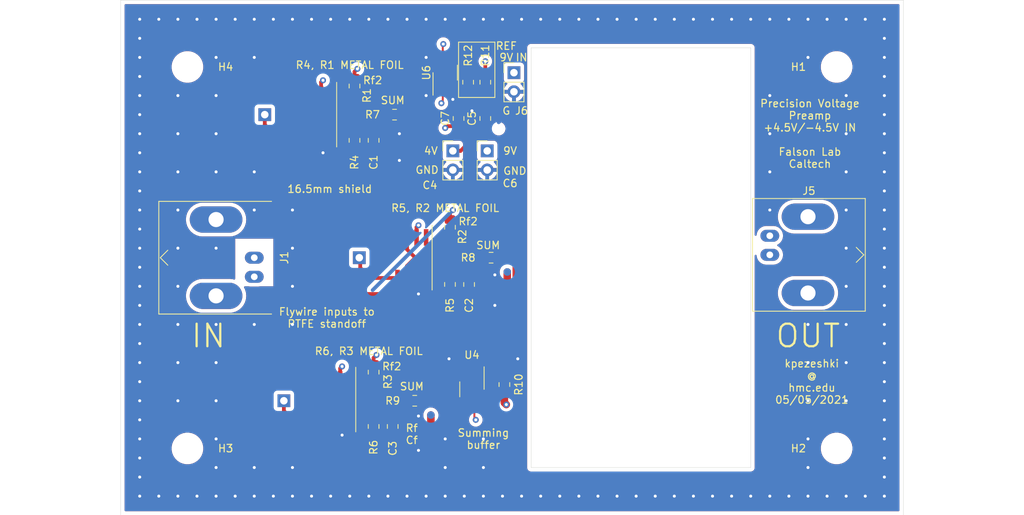
<source format=kicad_pcb>
(kicad_pcb (version 20171130) (host pcbnew "(5.1.0-0)")
  (layers (0 F.Cu signal) (1 In1.Cu power hide) (2 In2.Cu power hide) (31 B.Cu signal hide) (34 B.Paste user) (35 F.Paste user) (36 B.SilkS user) (37 F.SilkS user) (38 B.Mask user) (39 F.Mask user hide) (44 Edge.Cuts user))
  (net 0 "")
  (net 1 "Net-(C1-Pad2)")
  (net 2 "Net-(C1-Pad1)")
  (net 3 "Net-(C2-Pad2)")
  (net 4 "Net-(C2-Pad1)")
  (net 5 "Net-(C3-Pad2)")
  (net 6 "Net-(C3-Pad1)")
  (net 7 GND)
  (net 8 +4V)
  (net 9 +9V)
  (net 10 "Net-(J2-Pad1)")
  (net 11 "Net-(J3-Pad1)")
  (net 12 "Net-(J4-Pad1)")
  (net 13 "Net-(J5-Pad1)")
  (net 14 "Net-(R7-Pad1)")
  (net 15 "Net-(R10-Pad2)")
  (net 16 /4VRES)
  (module amps:lmp7721 (layer F.Cu) (at 137.795 162.4)
    (fp_text reference U3)
    (fp_text value lmp7721)
    (pad 4 smd rect (at 1.905 2.7) (size 0.6 2.2) (layers F.Cu F.Paste F.Mask) (net 5 "Net-(C3-Pad2)"))
    (pad 5 smd rect (at 1.905 -2.7) (size 0.6 2.2) (layers F.Cu F.Paste F.Mask))
    (pad 3 smd rect (at 0.635 2.7) (size 0.6 2.2) (layers F.Cu F.Paste F.Mask) (net 7 GND))
    (pad 6 smd rect (at 0.635 -2.7) (size 0.6 2.2) (layers F.Cu F.Paste F.Mask) (net 9 +9V))
    (pad 2 smd rect (at -0.635 2.7) (size 0.6 2.2) (layers F.Cu F.Paste F.Mask) (net 6 "Net-(C3-Pad1)"))
    (pad 7 smd rect (at -0.635 -2.7) (size 0.6 2.2) (layers F.Cu F.Paste F.Mask) (net 6 "Net-(C3-Pad1)"))
    (pad 1 smd rect (at -1.905 2.7) (size 0.6 2.2) (layers F.Cu F.Paste F.Mask) (net 12 "Net-(J4-Pad1)"))
    (pad 8 smd rect (at -1.905 -2.7) (size 0.6 2.2) (layers F.Cu F.Paste F.Mask) (net 6 "Net-(C3-Pad1)"))
  )
  (module amps:lmp7721 (layer F.Cu) (at 147.955 143.51)
    (fp_text reference U2)
    (fp_text value lmp7721)
    (pad 4 smd rect (at 1.905 2.7) (size 0.6 2.2) (layers F.Cu F.Paste F.Mask) (net 3 "Net-(C2-Pad2)"))
    (pad 5 smd rect (at 1.905 -2.7) (size 0.6 2.2) (layers F.Cu F.Paste F.Mask))
    (pad 3 smd rect (at 0.635 2.7) (size 0.6 2.2) (layers F.Cu F.Paste F.Mask) (net 7 GND))
    (pad 6 smd rect (at 0.635 -2.7) (size 0.6 2.2) (layers F.Cu F.Paste F.Mask) (net 9 +9V))
    (pad 2 smd rect (at -0.635 2.7) (size 0.6 2.2) (layers F.Cu F.Paste F.Mask) (net 4 "Net-(C2-Pad1)"))
    (pad 7 smd rect (at -0.635 -2.7) (size 0.6 2.2) (layers F.Cu F.Paste F.Mask) (net 4 "Net-(C2-Pad1)"))
    (pad 1 smd rect (at -1.905 2.7) (size 0.6 2.2) (layers F.Cu F.Paste F.Mask) (net 11 "Net-(J3-Pad1)"))
    (pad 8 smd rect (at -1.905 -2.7) (size 0.6 2.2) (layers F.Cu F.Paste F.Mask) (net 4 "Net-(C2-Pad1)"))
  )
  (module amps:lmp7721 (layer F.Cu) (at 135.255 124.46)
    (fp_text reference U1)
    (fp_text value lmp7721)
    (pad 4 smd rect (at 1.905 2.7) (size 0.6 2.2) (layers F.Cu F.Paste F.Mask) (net 1 "Net-(C1-Pad2)"))
    (pad 5 smd rect (at 1.905 -2.7) (size 0.6 2.2) (layers F.Cu F.Paste F.Mask))
    (pad 3 smd rect (at 0.635 2.7) (size 0.6 2.2) (layers F.Cu F.Paste F.Mask) (net 7 GND))
    (pad 6 smd rect (at 0.635 -2.7) (size 0.6 2.2) (layers F.Cu F.Paste F.Mask) (net 9 +9V))
    (pad 2 smd rect (at -0.635 2.7) (size 0.6 2.2) (layers F.Cu F.Paste F.Mask) (net 2 "Net-(C1-Pad1)"))
    (pad 7 smd rect (at -0.635 -2.7) (size 0.6 2.2) (layers F.Cu F.Paste F.Mask) (net 2 "Net-(C1-Pad1)"))
    (pad 1 smd rect (at -1.905 2.7) (size 0.6 2.2) (layers F.Cu F.Paste F.Mask) (net 10 "Net-(J2-Pad1)"))
    (pad 8 smd rect (at -1.905 -2.7) (size 0.6 2.2) (layers F.Cu F.Paste F.Mask) (net 2 "Net-(C1-Pad1)"))
  )
  (module Connector_PinHeader_2.54mm:PinHeader_1x01_P2.54mm_Vertical (layer F.Cu) (at 128.397 124.46)
    (fp_text reference J2)
    (fp_text value Conn_01x01_Male)
    (pad 1 thru_hole rect (at 0 0) (size 1.7 1.7) (drill 1) (layers *.Cu *.Mask) (net 10 "Net-(J2-Pad1)"))
  )
  (module Connector_PinHeader_2.54mm:PinHeader_1x01_P2.54mm_Vertical (layer F.Cu) (at 130.937 162.56)
    (fp_text reference J4)
    (fp_text value Conn_01x01_Male)
    (pad 1 thru_hole rect (at 0 0) (size 1.7 1.7) (drill 1) (layers *.Cu *.Mask) (net 12 "Net-(J4-Pad1)"))
  )
  (module Connector_PinHeader_2.54mm:PinHeader_1x01_P2.54mm_Vertical (layer F.Cu) (at 140.97 143.51)
    (fp_text reference J3)
    (fp_text value Conn_01x01_Male)
    (pad 1 thru_hole rect (at 0 0) (size 1.7 1.7) (drill 1) (layers *.Cu *.Mask) (net 11 "Net-(J3-Pad1)"))
  )
  (module Connector_Coaxial:BNC_Amphenol_B6252HB-NPP3G-50_Horizontal (layer F.Cu) (at 127 143.51 90)
    (fp_text reference J1 (at 0 4 90) (layer F.SilkS))
    (fp_text value Conn_Coaxial)
    (pad 2 thru_hole oval (at -2.54 0 90) (size 1.6 2.5) (drill 0.89) (layers *.Cu *.Mask) (net 8 +4V))
    (pad 1 thru_hole oval (at 0 0 90) (size 1.6 2.5) (drill 0.89) (layers *.Cu *.Mask))
    (pad 2 thru_hole oval (at 5.08 -5.08 90) (size 3.5 7) (drill 2.01) (layers *.Cu *.Mask) (net 8 +4V))
    (pad 2 thru_hole oval (at -5.08 -5.08 90) (size 3.5 7) (drill 2.01) (layers *.Cu *.Mask) (net 8 +4V))
  )
  (module Package_SO:VSSOP-8_3.0x3.0mm_P0.65mm (layer F.Cu) (at 152.4 118.872 90)
    (fp_text reference U6 (at 0 -2.5 90) (layer F.SilkS))
    (fp_text value OPA211)
    (pad 8 smd rect (at 2.2 -0.975) (size 0.45 1.45) (layers F.Cu F.Paste F.Mask) (net 7 GND))
    (pad 7 smd rect (at 2.2 -0.325) (size 0.45 1.45) (layers F.Cu F.Paste F.Mask) (net 9 +9V))
    (pad 6 smd rect (at 2.2 0.325) (size 0.45 1.45) (layers F.Cu F.Paste F.Mask) (net 8 +4V))
    (pad 5 smd rect (at 2.2 0.975) (size 0.45 1.45) (layers F.Cu F.Paste F.Mask))
    (pad 4 smd rect (at -2.2 0.975) (size 0.45 1.45) (layers F.Cu F.Paste F.Mask) (net 7 GND))
    (pad 3 smd rect (at -2.2 0.325) (size 0.45 1.45) (layers F.Cu F.Paste F.Mask) (net 16 /4VRES))
    (pad 2 smd rect (at -2.2 -0.325) (size 0.45 1.45) (layers F.Cu F.Paste F.Mask) (net 8 +4V))
    (pad 1 smd rect (at -2.2 -0.975) (size 0.45 1.45) (layers F.Cu F.Paste F.Mask))
  )
  (module Resistor_SMD:R_0805_2012Metric_Pad1.15x1.40mm_HandSolder (layer F.Cu) (at 155.448 120.142 90)
    (fp_text reference R12 (at 3.556 0 90) (layer F.SilkS))
    (fp_text value 15k)
    (pad 2 smd roundrect (at 1.025 0 90) (size 1.15 1.4) (layers F.Cu F.Paste F.Mask) (roundrect_rratio 0.217391) (net 7 GND))
    (pad 1 smd roundrect (at -1.025 0 90) (size 1.15 1.4) (layers F.Cu F.Paste F.Mask) (roundrect_rratio 0.217391) (net 16 /4VRES))
  )
  (module Resistor_SMD:R_0805_2012Metric_Pad1.15x1.40mm_HandSolder (layer F.Cu) (at 157.734 120.142 270)
    (fp_text reference R11 (at -3.556 0 90) (layer F.SilkS))
    (fp_text value 15k)
    (pad 2 smd roundrect (at 1.025 0 270) (size 1.15 1.4) (layers F.Cu F.Paste F.Mask) (roundrect_rratio 0.217391) (net 16 /4VRES))
    (pad 1 smd roundrect (at -1.025 0 270) (size 1.15 1.4) (layers F.Cu F.Paste F.Mask) (roundrect_rratio 0.217391) (net 9 +9V))
  )
  (module Package_SO:VSSOP-8_3.0x3.0mm_P0.65mm (layer F.Cu) (at 155.956 161.036 270)
    (fp_text reference U4 (at -4.572 0) (layer F.SilkS))
    (fp_text value OPA211)
    (pad 8 smd rect (at 2.2 -0.975 180) (size 0.45 1.45) (layers F.Cu F.Paste F.Mask) (net 7 GND))
    (pad 7 smd rect (at 2.2 -0.325 180) (size 0.45 1.45) (layers F.Cu F.Paste F.Mask) (net 9 +9V))
    (pad 6 smd rect (at 2.2 0.325 180) (size 0.45 1.45) (layers F.Cu F.Paste F.Mask) (net 13 "Net-(J5-Pad1)"))
    (pad 5 smd rect (at 2.2 0.975 180) (size 0.45 1.45) (layers F.Cu F.Paste F.Mask))
    (pad 4 smd rect (at -2.2 0.975 180) (size 0.45 1.45) (layers F.Cu F.Paste F.Mask) (net 7 GND))
    (pad 3 smd rect (at -2.2 0.325 180) (size 0.45 1.45) (layers F.Cu F.Paste F.Mask) (net 14 "Net-(R7-Pad1)"))
    (pad 2 smd rect (at -2.2 -0.325 180) (size 0.45 1.45) (layers F.Cu F.Paste F.Mask) (net 15 "Net-(R10-Pad2)"))
    (pad 1 smd rect (at -2.2 -0.975 180) (size 0.45 1.45) (layers F.Cu F.Paste F.Mask))
  )
  (module MountingHole:MountingHole_3.2mm_M3 (layer F.Cu) (at 118.11 118.11)
    (fp_text reference H4 (at 5.08 0) (layer F.SilkS))
    (fp_text value MountingHole)
    (pad 1 np_thru_hole circle (at 0 0) (size 3.2 3.2) (drill 3.2) (layers *.Cu *.Mask))
  )
  (module MountingHole:MountingHole_3.2mm_M3 (layer F.Cu) (at 118.11 168.91)
    (fp_text reference H3 (at 5.08 0) (layer F.SilkS))
    (fp_text value MountingHole)
    (pad 1 np_thru_hole circle (at 0 0) (size 3.2 3.2) (drill 3.2) (layers *.Cu *.Mask))
  )
  (module MountingHole:MountingHole_3.2mm_M3_DIN965 (layer F.Cu) (at 204.47 168.91)
    (fp_text reference H2 (at -5.08 0) (layer F.SilkS))
    (fp_text value MountingHole)
    (pad 1 np_thru_hole circle (at 0 0) (size 3.2 3.2) (drill 3.2) (layers *.Cu *.Mask))
  )
  (module MountingHole:MountingHole_3.2mm_M3 (layer F.Cu) (at 204.47 118.11)
    (fp_text reference H1 (at -5.08 0) (layer F.SilkS))
    (fp_text value MountingHole)
    (pad 1 np_thru_hole circle (at 0 0) (size 3.2 3.2) (drill 3.2) (layers *.Cu *.Mask))
  )
  (module Connector_PinHeader_2.54mm:PinHeader_1x02_P2.54mm_Vertical (layer F.Cu) (at 161.544 118.872)
    (fp_text reference J6 (at 1.016 5.08) (layer F.SilkS))
    (fp_text value Conn_01x02_Male)
    (pad 2 thru_hole oval (at 0 2.54) (size 1.7 1.7) (drill 1) (layers *.Cu *.Mask) (net 7 GND))
    (pad 1 thru_hole rect (at 0 0) (size 1.7 1.7) (drill 1) (layers *.Cu *.Mask) (net 9 +9V))
  )
  (module Resistor_SMD:R_0805_2012Metric_Pad1.15x1.40mm_HandSolder (layer F.Cu) (at 160.274 160.401 90)
    (fp_text reference R10 (at 0 1.905 90) (layer F.SilkS))
    (fp_text value 1k)
    (pad 2 smd roundrect (at 1.025 0 90) (size 1.15 1.4) (layers F.Cu F.Paste F.Mask) (roundrect_rratio 0.217391) (net 15 "Net-(R10-Pad2)"))
    (pad 1 smd roundrect (at -1.025 0 90) (size 1.15 1.4) (layers F.Cu F.Paste F.Mask) (roundrect_rratio 0.217391) (net 13 "Net-(J5-Pad1)"))
  )
  (module Resistor_SMD:R_0805_2012Metric_Pad1.15x1.40mm_HandSolder (layer F.Cu) (at 148.345 162.56 180)
    (fp_text reference R9 (at 2.93 0) (layer F.SilkS))
    (fp_text value 1k)
    (pad 2 smd roundrect (at 1.025 0 180) (size 1.15 1.4) (layers F.Cu F.Paste F.Mask) (roundrect_rratio 0.217391) (net 5 "Net-(C3-Pad2)"))
    (pad 1 smd roundrect (at -1.025 0 180) (size 1.15 1.4) (layers F.Cu F.Paste F.Mask) (roundrect_rratio 0.217391) (net 14 "Net-(R7-Pad1)"))
  )
  (module Resistor_SMD:R_0805_2012Metric_Pad1.15x1.40mm_HandSolder (layer F.Cu) (at 158.505 143.51 180)
    (fp_text reference R8 (at 3.057 0) (layer F.SilkS))
    (fp_text value 1k)
    (pad 2 smd roundrect (at 1.025 0 180) (size 1.15 1.4) (layers F.Cu F.Paste F.Mask) (roundrect_rratio 0.217391) (net 3 "Net-(C2-Pad2)"))
    (pad 1 smd roundrect (at -1.025 0 180) (size 1.15 1.4) (layers F.Cu F.Paste F.Mask) (roundrect_rratio 0.217391) (net 14 "Net-(R7-Pad1)"))
  )
  (module Resistor_SMD:R_0805_2012Metric_Pad1.15x1.40mm_HandSolder (layer F.Cu) (at 145.66 124.46 180)
    (fp_text reference R7 (at 2.93 0) (layer F.SilkS))
    (fp_text value 1k)
    (pad 2 smd roundrect (at 1.025 0 180) (size 1.15 1.4) (layers F.Cu F.Paste F.Mask) (roundrect_rratio 0.217391) (net 1 "Net-(C1-Pad2)"))
    (pad 1 smd roundrect (at -1.025 0 180) (size 1.15 1.4) (layers F.Cu F.Paste F.Mask) (roundrect_rratio 0.217391) (net 14 "Net-(R7-Pad1)"))
  )
  (module Resistor_SMD:R_0805_2012Metric_Pad1.15x1.40mm_HandSolder (layer F.Cu) (at 142.875 165.98 270)
    (fp_text reference R6 (at 2.785 0 90) (layer F.SilkS))
    (fp_text value R)
    (pad 2 smd roundrect (at 1.025 0 270) (size 1.15 1.4) (layers F.Cu F.Paste F.Mask) (roundrect_rratio 0.217391) (net 5 "Net-(C3-Pad2)"))
    (pad 1 smd roundrect (at -1.025 0 270) (size 1.15 1.4) (layers F.Cu F.Paste F.Mask) (roundrect_rratio 0.217391) (net 6 "Net-(C3-Pad1)"))
  )
  (module Resistor_SMD:R_0805_2012Metric_Pad1.15x1.40mm_HandSolder (layer F.Cu) (at 153.035 147.066 270)
    (fp_text reference R5 (at 2.794 0 270) (layer F.SilkS))
    (fp_text value R)
    (pad 2 smd roundrect (at 1.025 0 270) (size 1.15 1.4) (layers F.Cu F.Paste F.Mask) (roundrect_rratio 0.217391) (net 3 "Net-(C2-Pad2)"))
    (pad 1 smd roundrect (at -1.025 0 270) (size 1.15 1.4) (layers F.Cu F.Paste F.Mask) (roundrect_rratio 0.217391) (net 4 "Net-(C2-Pad1)"))
  )
  (module Resistor_SMD:R_0805_2012Metric_Pad1.15x1.40mm_HandSolder (layer F.Cu) (at 140.335 127.88 270)
    (fp_text reference R4 (at 2.93 0 90) (layer F.SilkS))
    (fp_text value R)
    (pad 2 smd roundrect (at 1.025 0 270) (size 1.15 1.4) (layers F.Cu F.Paste F.Mask) (roundrect_rratio 0.217391) (net 1 "Net-(C1-Pad2)"))
    (pad 1 smd roundrect (at -1.025 0 270) (size 1.15 1.4) (layers F.Cu F.Paste F.Mask) (roundrect_rratio 0.217391) (net 2 "Net-(C1-Pad1)"))
  )
  (module Resistor_SMD:R_0805_2012Metric_Pad1.15x1.40mm_HandSolder (layer F.Cu) (at 142.875 158.75 270)
    (fp_text reference R3 (at 1.27 -1.905 90) (layer F.SilkS))
    (fp_text value R)
    (pad 2 smd roundrect (at 1.025 0 270) (size 1.15 1.4) (layers F.Cu F.Paste F.Mask) (roundrect_rratio 0.217391) (net 6 "Net-(C3-Pad1)"))
    (pad 1 smd roundrect (at -1.025 0 270) (size 1.15 1.4) (layers F.Cu F.Paste F.Mask) (roundrect_rratio 0.217391) (net 8 +4V))
  )
  (module Resistor_SMD:R_0805_2012Metric_Pad1.15x1.40mm_HandSolder (layer F.Cu) (at 153.035 139.455 270)
    (fp_text reference R2 (at 1.261 -1.65 90) (layer F.SilkS))
    (fp_text value R)
    (pad 2 smd roundrect (at 1.025 0 270) (size 1.15 1.4) (layers F.Cu F.Paste F.Mask) (roundrect_rratio 0.217391) (net 4 "Net-(C2-Pad1)"))
    (pad 1 smd roundrect (at -1.025 0 270) (size 1.15 1.4) (layers F.Cu F.Paste F.Mask) (roundrect_rratio 0.217391) (net 8 +4V))
  )
  (module Resistor_SMD:R_0805_2012Metric_Pad1.15x1.40mm_HandSolder (layer F.Cu) (at 140.335 120.65 270)
    (fp_text reference R1 (at 1.27 -1.65 90) (layer F.SilkS))
    (fp_text value R)
    (pad 2 smd roundrect (at 1.025 0 270) (size 1.15 1.4) (layers F.Cu F.Paste F.Mask) (roundrect_rratio 0.217391) (net 2 "Net-(C1-Pad1)"))
    (pad 1 smd roundrect (at -1.025 0 270) (size 1.15 1.4) (layers F.Cu F.Paste F.Mask) (roundrect_rratio 0.217391) (net 8 +4V))
  )
  (module Connector_Coaxial:BNC_Amphenol_B6252HB-NPP3G-50_Horizontal (layer F.Cu) (at 195.58 143.129 270)
    (fp_text reference J5 (at -8.509 -5.207 180) (layer F.SilkS))
    (fp_text value Conn_Coaxial)
    (pad 2 thru_hole oval (at -2.54 0 270) (size 1.6 2.5) (drill 0.89) (layers *.Cu *.Mask) (net 8 +4V))
    (pad 1 thru_hole oval (at 0 0 270) (size 1.6 2.5) (drill 0.89) (layers *.Cu *.Mask) (net 13 "Net-(J5-Pad1)"))
    (pad 2 thru_hole oval (at 5.08 -5.08 270) (size 3.5 7) (drill 2.01) (layers *.Cu *.Mask) (net 8 +4V))
    (pad 2 thru_hole oval (at -5.08 -5.08 270) (size 3.5 7) (drill 2.01) (layers *.Cu *.Mask) (net 8 +4V))
  )
  (module Capacitor_SMD:C_0805_2012Metric_Pad1.15x1.40mm_HandSolder (layer F.Cu) (at 154.178 124.968 90)
    (fp_text reference C7 (at 0 -1.778 90) (layer F.SilkS))
    (fp_text value C)
    (pad 2 smd roundrect (at 1.025 0 90) (size 1.15 1.4) (layers F.Cu F.Paste F.Mask) (roundrect_rratio 0.217391) (net 7 GND))
    (pad 1 smd roundrect (at -1.025 0 90) (size 1.15 1.4) (layers F.Cu F.Paste F.Mask) (roundrect_rratio 0.217391) (net 9 +9V))
  )
  (module Connector_PinHeader_2.54mm:PinHeader_1x02_P2.54mm_Vertical (layer F.Cu) (at 157.988 129.286)
    (fp_text reference C6 (at 3.048 4.318) (layer F.SilkS))
    (fp_text value CP)
    (pad 2 thru_hole oval (at 0 2.54) (size 1.7 1.7) (drill 1) (layers *.Cu *.Mask) (net 7 GND))
    (pad 1 thru_hole rect (at 0 0) (size 1.7 1.7) (drill 1) (layers *.Cu *.Mask) (net 9 +9V))
  )
  (module Capacitor_SMD:C_0805_2012Metric_Pad1.15x1.40mm_HandSolder (layer F.Cu) (at 157.734 124.968 90)
    (fp_text reference C5 (at 0 -1.778 90) (layer F.SilkS))
    (fp_text value C)
    (pad 2 smd roundrect (at 1.025 0 90) (size 1.15 1.4) (layers F.Cu F.Paste F.Mask) (roundrect_rratio 0.217391) (net 7 GND))
    (pad 1 smd roundrect (at -1.025 0 90) (size 1.15 1.4) (layers F.Cu F.Paste F.Mask) (roundrect_rratio 0.217391) (net 16 /4VRES))
  )
  (module Connector_PinHeader_2.54mm:PinHeader_1x02_P2.54mm_Vertical (layer F.Cu) (at 153.416 129.286)
    (fp_text reference C4 (at -3.048 4.572) (layer F.SilkS))
    (fp_text value CP)
    (pad 2 thru_hole oval (at 0 2.54) (size 1.7 1.7) (drill 1) (layers *.Cu *.Mask) (net 7 GND))
    (pad 1 thru_hole rect (at 0 0) (size 1.7 1.7) (drill 1) (layers *.Cu *.Mask) (net 16 /4VRES))
  )
  (module Capacitor_SMD:C_0805_2012Metric_Pad1.15x1.40mm_HandSolder (layer F.Cu) (at 145.415 165.98 270)
    (fp_text reference C3 (at 2.921 0 270) (layer F.SilkS))
    (fp_text value C)
    (pad 2 smd roundrect (at 1.025 0 270) (size 1.15 1.4) (layers F.Cu F.Paste F.Mask) (roundrect_rratio 0.217391) (net 5 "Net-(C3-Pad2)"))
    (pad 1 smd roundrect (at -1.025 0 270) (size 1.15 1.4) (layers F.Cu F.Paste F.Mask) (roundrect_rratio 0.217391) (net 6 "Net-(C3-Pad1)"))
  )
  (module Capacitor_SMD:C_0805_2012Metric_Pad1.15x1.40mm_HandSolder (layer F.Cu) (at 155.575 147.075 270)
    (fp_text reference C2 (at 2.785 0 90) (layer F.SilkS))
    (fp_text value C)
    (pad 2 smd roundrect (at 1.025 0 270) (size 1.15 1.4) (layers F.Cu F.Paste F.Mask) (roundrect_rratio 0.217391) (net 3 "Net-(C2-Pad2)"))
    (pad 1 smd roundrect (at -1.025 0 270) (size 1.15 1.4) (layers F.Cu F.Paste F.Mask) (roundrect_rratio 0.217391) (net 4 "Net-(C2-Pad1)"))
  )
  (module Capacitor_SMD:C_0805_2012Metric_Pad1.15x1.40mm_HandSolder (layer F.Cu) (at 142.875 127.88 270)
    (fp_text reference C1 (at 2.93 0 90) (layer F.SilkS))
    (fp_text value C)
    (pad 2 smd roundrect (at 1.025 0 270) (size 1.15 1.4) (layers F.Cu F.Paste F.Mask) (roundrect_rratio 0.217391) (net 1 "Net-(C1-Pad2)"))
    (pad 1 smd roundrect (at -1.025 0 270) (size 1.15 1.4) (layers F.Cu F.Paste F.Mask) (roundrect_rratio 0.217391) (net 2 "Net-(C1-Pad1)"))
  )
  (gr_text REF (at 160.528 115.316) (layer F.SilkS) (effects (font (size 1 1))))
  (gr_line (start 154.178 122.174) (end 154.178 114.808) (layer F.SilkS) (width 0.12))
  (gr_line (start 154.432 122.174) (end 154.178 122.174) (layer F.SilkS) (width 0.12))
  (gr_line (start 159.004 122.174) (end 154.432 122.174) (layer F.SilkS) (width 0.12))
  (gr_line (start 159.004 114.808) (end 159.004 122.174) (layer F.SilkS) (width 0.12))
  (gr_line (start 154.178 114.808) (end 159.004 114.808) (layer F.SilkS) (width 0.12))
  (gr_text "Summing\nbuffer" (at 157.48 167.64) (layer F.SilkS) (effects (font (size 1 1))))
  (gr_text OUT (at 200.66 153.924) (layer F.SilkS) (effects (font (size 3 3) (thickness 0.3))))
  (gr_text IN (at 120.904 153.924) (layer F.SilkS) (effects (font (size 3 3) (thickness 0.3))))
  (gr_text Rf2 (at 142.748 119.888) (layer F.SilkS) (effects (font (size 1 1))))
  (gr_text Rf2 (at 155.448 138.684) (layer F.SilkS) (effects (font (size 1 1))))
  (gr_text SUM (at 145.415 122.555) (layer F.SilkS) (effects (font (size 1 1))))
  (gr_text SUM (at 158.115 141.859) (layer F.SilkS) (effects (font (size 1 1))))
  (gr_text "R6, R3 METAL FOIL" (at 142.24 155.956) (layer F.SilkS) (effects (font (size 1 1))))
  (gr_text "R5, R2 METAL FOIL" (at 152.4 136.906) (layer F.SilkS) (effects (font (size 1 1))))
  (gr_line (start 163.83 171.45) (end 163.83 115.57) (layer Edge.Cuts) (width 0.05))
  (gr_line (start 193.04 171.45) (end 163.83 171.45) (layer Edge.Cuts) (width 0.05))
  (gr_line (start 193.04 115.57) (end 193.04 171.45) (layer Edge.Cuts) (width 0.05))
  (gr_line (start 163.83 115.57) (end 193.04 115.57) (layer Edge.Cuts) (width 0.05))
  (gr_line (start 213.36 109.22) (end 109.22 109.22) (layer Edge.Cuts) (width 0.05))
  (gr_line (start 213.36 177.8) (end 213.36 109.22) (layer Edge.Cuts) (width 0.05))
  (gr_line (start 109.22 177.8) (end 213.36 177.8) (layer Edge.Cuts) (width 0.05))
  (gr_line (start 109.22 109.22) (end 109.22 177.8) (layer Edge.Cuts) (width 0.05))
  (gr_text "kpezeshki\n@\nhmc.edu\n05/05/2021" (at 201.168 160.02) (layer F.SilkS) (effects (font (size 1 1))))
  (gr_text "Precision Voltage\nPreamp\n+4.5V/-4.5V IN\n\nFalson Lab\nCaltech" (at 200.914 127) (layer F.SilkS) (effects (font (size 1 1))))
  (gr_text IN (at 162.56 116.84) (layer F.SilkS) (effects (font (size 1 1))))
  (gr_text G (at 160.528 123.952) (layer F.SilkS) (effects (font (size 1 1))))
  (gr_text 9V (at 160.528 116.84) (layer F.SilkS) (effects (font (size 1 1))))
  (gr_text GND (at 149.987 131.826) (layer F.SilkS) (effects (font (size 1 1))))
  (gr_text 4V (at 150.495 129.286) (layer F.SilkS) (effects (font (size 1 1))))
  (gr_text GND (at 161.671 131.953) (layer F.SilkS) (effects (font (size 1 1))))
  (gr_text 9V (at 161.036 129.286) (layer F.SilkS) (effects (font (size 1 1))))
  (gr_text "Flywire inputs to\nPTFE standoff" (at 136.652 151.511) (layer F.SilkS) (effects (font (size 1 1))))
  (gr_text "R4, R1 METAL FOIL" (at 139.7 117.856) (layer F.SilkS) (effects (font (size 1 1))))
  (gr_text Rf2 (at 145.288 157.988) (layer F.SilkS) (effects (font (size 1 1))))
  (gr_text "Rf\nCf" (at 147.955 167.005) (layer F.SilkS) (effects (font (size 1 1))))
  (gr_text SUM (at 147.955 160.655) (layer F.SilkS) (effects (font (size 1 1))))
  (gr_text "16.5mm shield" (at 137.033 134.366) (layer F.SilkS) (effects (font (size 1 1))))
  (segment (start 160.66001 145.40999) (end 160.655 145.415) (width 1) (layer B.Cu) (net 0))
  (segment (start 150.50001 164.45999) (end 150.495 164.465) (width 1) (layer B.Cu) (net 0))
  (segment (start 137.16 127.16) (end 137.16 128.27) (width 0.5) (layer F.Cu) (net 1))
  (segment (start 137.16 128.27) (end 137.795 128.905) (width 0.5) (layer F.Cu) (net 1))
  (segment (start 137.795 128.905) (end 142.875 128.905) (width 0.5) (layer F.Cu) (net 1))
  (segment (start 142.875 128.905) (end 143.575 128.905) (width 0.5) (layer F.Cu) (net 1))
  (segment (start 144.635 125.16) (end 144.635 124.46) (width 0.5) (layer F.Cu) (net 1))
  (segment (start 144.635 127.845) (end 143.575 128.905) (width 0.5) (layer F.Cu) (net 1))
  (segment (start 144.635 124.46) (end 144.635 127.845) (width 0.5) (layer F.Cu) (net 1))
  (segment (start 134.62 120.16) (end 133.84 119.38) (width 0.5) (layer F.Cu) (net 2))
  (segment (start 134.62 121.76) (end 134.62 120.16) (width 0.5) (layer F.Cu) (net 2))
  (segment (start 134.62 128.76) (end 134.62 127.16) (width 0.5) (layer F.Cu) (net 2))
  (segment (start 133.84 129.54) (end 134.62 128.76) (width 0.5) (layer F.Cu) (net 2))
  (segment (start 140.335 126.855) (end 142.875 126.855) (width 0.5) (layer F.Cu) (net 2))
  (segment (start 135.72 124.46) (end 134.62 123.36) (width 0.5) (layer F.Cu) (net 2))
  (segment (start 140.335 124.46) (end 135.72 124.46) (width 0.5) (layer F.Cu) (net 2))
  (segment (start 134.62 123.36) (end 134.62 121.76) (width 0.5) (layer F.Cu) (net 2))
  (segment (start 140.335 121.675) (end 140.335 124.46) (width 0.5) (layer F.Cu) (net 2))
  (segment (start 140.335 124.46) (end 140.335 126.855) (width 0.5) (layer F.Cu) (net 2))
  (segment (start 134.62 125.56) (end 134.62 127.16) (width 0.5) (layer F.Cu) (net 2))
  (segment (start 135.72 124.46) (end 134.62 125.56) (width 0.5) (layer F.Cu) (net 2))
  (segment (start 131.445 119.38) (end 131.445 116.205) (width 1) (layer F.Cu) (net 2))
  (segment (start 133.84 119.38) (end 131.445 119.38) (width 0.5) (layer F.Cu) (net 2))
  (segment (start 147.96001 116.21001) (end 147.96001 122.54999) (width 1) (layer F.Cu) (net 2))
  (segment (start 147.955 116.205) (end 147.96001 116.21001) (width 1) (layer F.Cu) (net 2))
  (segment (start 131.445 129.54) (end 131.445 132.715) (width 1) (layer F.Cu) (net 2))
  (segment (start 131.445 129.54) (end 133.84 129.54) (width 0.5) (layer F.Cu) (net 2))
  (segment (start 131.445 132.715) (end 147.955 132.715) (width 1) (layer F.Cu) (net 2))
  (segment (start 147.955 132.715) (end 147.955 126.365) (width 1) (layer F.Cu) (net 2))
  (segment (start 147.96001 122.54999) (end 147.96001 122.54999) (width 1) (layer F.Cu) (net 2))
  (segment (start 131.445 116.205) (end 147.955 116.205) (width 1) (layer F.Cu) (net 2))
  (segment (start 131.445 119.38) (end 125.73 119.38) (width 1) (layer F.Cu) (net 2))
  (segment (start 131.445 129.54) (end 125.73 129.54) (width 1) (layer F.Cu) (net 2))
  (segment (start 125.73 119.38) (end 125.095 120.015) (width 1) (layer F.Cu) (net 2))
  (segment (start 125.73 129.54) (end 125.095 128.905) (width 1) (layer F.Cu) (net 2))
  (segment (start 125.095 120.015) (end 125.095 128.905) (width 1) (layer F.Cu) (net 2))
  (segment (start 133.35 121.76) (end 134.62 121.76) (width 0.5) (layer F.Cu) (net 2))
  (segment (start 149.86 147.32) (end 150.495 147.955) (width 0.5) (layer F.Cu) (net 3))
  (segment (start 149.86 146.21) (end 149.86 147.32) (width 0.5) (layer F.Cu) (net 3))
  (segment (start 155.575 147.955) (end 156.275 147.955) (width 0.5) (layer F.Cu) (net 3))
  (segment (start 157.335 143.51) (end 157.335 146.895) (width 0.5) (layer F.Cu) (net 3))
  (segment (start 157.335 144.21) (end 157.335 143.51) (width 0.5) (layer F.Cu) (net 3))
  (segment (start 150.495 147.955) (end 155.575 147.955) (width 0.5) (layer F.Cu) (net 3))
  (segment (start 157.335 146.895) (end 156.275 147.955) (width 0.5) (layer F.Cu) (net 3))
  (segment (start 153.035 143.51) (end 153.035 145.905) (width 0.5) (layer F.Cu) (net 4))
  (segment (start 144.145 138.43) (end 144.145 135.255) (width 1) (layer F.Cu) (net 4))
  (segment (start 160.655 145.415) (end 160.655 145.415) (width 1) (layer F.Cu) (net 4))
  (segment (start 144.145 148.59) (end 144.145 151.765) (width 1) (layer F.Cu) (net 4))
  (segment (start 153.035 140.725) (end 153.035 143.51) (width 0.5) (layer F.Cu) (net 4))
  (segment (start 144.145 148.59) (end 138.43 148.59) (width 1) (layer F.Cu) (net 4))
  (segment (start 147.32 144.61) (end 147.32 146.21) (width 0.5) (layer F.Cu) (net 4))
  (segment (start 138.43 138.43) (end 137.795 139.065) (width 1) (layer F.Cu) (net 4))
  (segment (start 160.655 135.255) (end 160.66001 135.26001) (width 1) (layer F.Cu) (net 4))
  (segment (start 148.42 143.51) (end 147.32 144.61) (width 0.5) (layer F.Cu) (net 4))
  (segment (start 147.32 139.21) (end 146.54 138.43) (width 0.5) (layer F.Cu) (net 4))
  (segment (start 144.145 138.43) (end 138.43 138.43) (width 1) (layer F.Cu) (net 4))
  (segment (start 146.54 148.59) (end 147.32 147.81) (width 0.5) (layer F.Cu) (net 4))
  (segment (start 144.145 151.765) (end 160.655 151.765) (width 1) (layer F.Cu) (net 4))
  (segment (start 160.66001 141.59999) (end 160.66001 141.59999) (width 1) (layer F.Cu) (net 4))
  (segment (start 144.145 135.255) (end 160.655 135.255) (width 1) (layer F.Cu) (net 4))
  (segment (start 137.795 139.065) (end 137.795 147.955) (width 1) (layer F.Cu) (net 4))
  (segment (start 160.66001 135.26001) (end 160.66001 141.59999) (width 1) (layer F.Cu) (net 4))
  (segment (start 153.035 145.905) (end 155.575 145.905) (width 0.5) (layer F.Cu) (net 4))
  (segment (start 144.145 148.59) (end 146.54 148.59) (width 0.5) (layer F.Cu) (net 4))
  (segment (start 160.655 151.765) (end 160.655 145.415) (width 1) (layer F.Cu) (net 4))
  (segment (start 147.32 147.81) (end 147.32 146.21) (width 0.5) (layer F.Cu) (net 4))
  (segment (start 146.54 138.43) (end 144.145 138.43) (width 0.5) (layer F.Cu) (net 4))
  (segment (start 138.43 148.59) (end 137.795 147.955) (width 1) (layer F.Cu) (net 4))
  (segment (start 153.035 143.51) (end 148.42 143.51) (width 0.5) (layer F.Cu) (net 4))
  (segment (start 147.32 142.41) (end 147.32 140.81) (width 0.5) (layer F.Cu) (net 4))
  (segment (start 148.42 143.51) (end 147.32 142.41) (width 0.5) (layer F.Cu) (net 4))
  (segment (start 146.05 140.81) (end 147.32 140.81) (width 0.5) (layer F.Cu) (net 4))
  (segment (start 147.32 140.81) (end 147.32 139.21) (width 0.5) (layer F.Cu) (net 4))
  (segment (start 139.7 166.37) (end 140.335 167.005) (width 0.5) (layer F.Cu) (net 5))
  (segment (start 139.7 165.26) (end 139.7 166.37) (width 0.5) (layer F.Cu) (net 5))
  (segment (start 145.415 167.005) (end 146.115 167.005) (width 0.5) (layer F.Cu) (net 5))
  (segment (start 147.175 162.56) (end 147.175 165.945) (width 0.5) (layer F.Cu) (net 5))
  (segment (start 147.175 163.26) (end 147.175 162.56) (width 0.5) (layer F.Cu) (net 5))
  (segment (start 140.335 167.005) (end 145.415 167.005) (width 0.5) (layer F.Cu) (net 5))
  (segment (start 147.175 165.945) (end 146.115 167.005) (width 0.5) (layer F.Cu) (net 5))
  (segment (start 142.875 162.56) (end 142.875 164.955) (width 0.5) (layer F.Cu) (net 6))
  (segment (start 133.985 157.48) (end 133.985 154.305) (width 1) (layer F.Cu) (net 6))
  (segment (start 150.495 164.465) (end 150.495 164.465) (width 1) (layer F.Cu) (net 6))
  (segment (start 133.985 167.64) (end 133.985 170.815) (width 1) (layer F.Cu) (net 6))
  (segment (start 142.875 159.775) (end 142.875 162.56) (width 0.5) (layer F.Cu) (net 6))
  (segment (start 133.985 167.64) (end 128.27 167.64) (width 1) (layer F.Cu) (net 6))
  (segment (start 137.16 163.66) (end 137.16 165.26) (width 0.5) (layer F.Cu) (net 6))
  (segment (start 128.27 157.48) (end 127.635 158.115) (width 1) (layer F.Cu) (net 6))
  (segment (start 150.495 154.305) (end 150.50001 154.31001) (width 1) (layer F.Cu) (net 6))
  (segment (start 138.26 162.56) (end 137.16 163.66) (width 0.5) (layer F.Cu) (net 6))
  (segment (start 137.16 158.26) (end 136.38 157.48) (width 0.5) (layer F.Cu) (net 6))
  (segment (start 133.985 157.48) (end 128.27 157.48) (width 1) (layer F.Cu) (net 6))
  (segment (start 136.38 167.64) (end 137.16 166.86) (width 0.5) (layer F.Cu) (net 6))
  (segment (start 133.985 170.815) (end 150.495 170.815) (width 1) (layer F.Cu) (net 6))
  (segment (start 150.50001 160.64999) (end 150.50001 160.64999) (width 1) (layer F.Cu) (net 6))
  (segment (start 133.985 154.305) (end 150.495 154.305) (width 1) (layer F.Cu) (net 6))
  (segment (start 127.635 158.115) (end 127.635 167.005) (width 1) (layer F.Cu) (net 6))
  (segment (start 150.50001 154.31001) (end 150.50001 160.64999) (width 1) (layer F.Cu) (net 6))
  (segment (start 142.875 164.955) (end 145.415 164.955) (width 0.5) (layer F.Cu) (net 6))
  (segment (start 133.985 167.64) (end 136.38 167.64) (width 0.5) (layer F.Cu) (net 6))
  (segment (start 150.495 170.815) (end 150.495 164.465) (width 1) (layer F.Cu) (net 6))
  (segment (start 137.16 166.86) (end 137.16 165.26) (width 0.5) (layer F.Cu) (net 6))
  (segment (start 136.38 157.48) (end 133.985 157.48) (width 0.5) (layer F.Cu) (net 6))
  (segment (start 128.27 167.64) (end 127.635 167.005) (width 1) (layer F.Cu) (net 6))
  (segment (start 142.875 162.56) (end 138.26 162.56) (width 0.5) (layer F.Cu) (net 6))
  (segment (start 137.16 161.46) (end 137.16 159.86) (width 0.5) (layer F.Cu) (net 6))
  (segment (start 138.26 162.56) (end 137.16 161.46) (width 0.5) (layer F.Cu) (net 6))
  (segment (start 135.89 159.86) (end 137.16 159.86) (width 0.5) (layer F.Cu) (net 6))
  (segment (start 137.16 159.86) (end 137.16 158.26) (width 0.5) (layer F.Cu) (net 6))
  (segment (start 153.924 123.571) (end 154.305 123.571) (width 0.5) (layer F.Cu) (net 7))
  (via (at 136.144 129.54) (size 0.8) (drill 0.4) (layers F.Cu B.Cu) (net 7))
  (segment (start 135.89 129.286) (end 136.144 129.54) (width 0.5) (layer F.Cu) (net 7))
  (segment (start 135.89 127.16) (end 135.89 129.286) (width 0.5) (layer F.Cu) (net 7))
  (via (at 148.844 148.336) (size 0.8) (drill 0.4) (layers F.Cu B.Cu) (net 7))
  (segment (start 148.59 148.082) (end 148.844 148.336) (width 0.5) (layer F.Cu) (net 7))
  (segment (start 148.59 146.21) (end 148.59 148.082) (width 0.5) (layer F.Cu) (net 7))
  (via (at 138.684 167.132) (size 0.8) (drill 0.4) (layers F.Cu B.Cu) (net 7))
  (segment (start 138.43 166.878) (end 138.684 167.132) (width 0.5) (layer F.Cu) (net 7))
  (segment (start 138.43 165.1) (end 138.43 166.878) (width 0.5) (layer F.Cu) (net 7))
  (via (at 146.304 127) (size 0.8) (drill 0.4) (layers F.Cu B.Cu) (net 7))
  (via (at 146.304 130.556) (size 0.8) (drill 0.4) (layers F.Cu B.Cu) (net 7))
  (via (at 159.004 145.796) (size 0.8) (drill 0.4) (layers F.Cu B.Cu) (net 7))
  (via (at 159.004 149.86) (size 0.8) (drill 0.4) (layers F.Cu B.Cu) (net 7))
  (via (at 148.844 164.592) (size 0.8) (drill 0.4) (layers F.Cu B.Cu) (net 7))
  (via (at 148.844 169.164) (size 0.8) (drill 0.4) (layers F.Cu B.Cu) (net 7))
  (via (at 111.76 111.76) (size 0.8) (drill 0.4) (layers F.Cu B.Cu) (net 7))
  (via (at 114.3 111.76) (size 0.8) (drill 0.4) (layers F.Cu B.Cu) (net 7))
  (via (at 116.84 111.76) (size 0.8) (drill 0.4) (layers F.Cu B.Cu) (net 7))
  (via (at 119.38 111.76) (size 0.8) (drill 0.4) (layers F.Cu B.Cu) (net 7))
  (via (at 121.92 111.76) (size 0.8) (drill 0.4) (layers F.Cu B.Cu) (net 7))
  (via (at 124.46 111.76) (size 0.8) (drill 0.4) (layers F.Cu B.Cu) (net 7))
  (via (at 127 111.76) (size 0.8) (drill 0.4) (layers F.Cu B.Cu) (net 7))
  (via (at 129.54 111.76) (size 0.8) (drill 0.4) (layers F.Cu B.Cu) (net 7))
  (via (at 132.08 111.76) (size 0.8) (drill 0.4) (layers F.Cu B.Cu) (net 7))
  (via (at 134.62 111.76) (size 0.8) (drill 0.4) (layers F.Cu B.Cu) (net 7))
  (via (at 137.16 111.76) (size 0.8) (drill 0.4) (layers F.Cu B.Cu) (net 7))
  (via (at 139.7 111.76) (size 0.8) (drill 0.4) (layers F.Cu B.Cu) (net 7))
  (via (at 142.24 111.76) (size 0.8) (drill 0.4) (layers F.Cu B.Cu) (net 7))
  (via (at 144.78 111.76) (size 0.8) (drill 0.4) (layers F.Cu B.Cu) (net 7))
  (via (at 147.32 111.76) (size 0.8) (drill 0.4) (layers F.Cu B.Cu) (net 7))
  (via (at 149.86 111.76) (size 0.8) (drill 0.4) (layers F.Cu B.Cu) (net 7))
  (via (at 152.4 111.76) (size 0.8) (drill 0.4) (layers F.Cu B.Cu) (net 7))
  (via (at 154.94 111.76) (size 0.8) (drill 0.4) (layers F.Cu B.Cu) (net 7))
  (via (at 157.48 111.76) (size 0.8) (drill 0.4) (layers F.Cu B.Cu) (net 7))
  (via (at 160.02 111.76) (size 0.8) (drill 0.4) (layers F.Cu B.Cu) (net 7))
  (via (at 162.56 111.76) (size 0.8) (drill 0.4) (layers F.Cu B.Cu) (net 7))
  (via (at 165.1 111.76) (size 0.8) (drill 0.4) (layers F.Cu B.Cu) (net 7))
  (via (at 167.64 111.76) (size 0.8) (drill 0.4) (layers F.Cu B.Cu) (net 7))
  (via (at 170.18 111.76) (size 0.8) (drill 0.4) (layers F.Cu B.Cu) (net 7))
  (via (at 172.72 111.76) (size 0.8) (drill 0.4) (layers F.Cu B.Cu) (net 7))
  (via (at 175.26 111.76) (size 0.8) (drill 0.4) (layers F.Cu B.Cu) (net 7))
  (via (at 177.8 111.76) (size 0.8) (drill 0.4) (layers F.Cu B.Cu) (net 7))
  (via (at 180.34 111.76) (size 0.8) (drill 0.4) (layers F.Cu B.Cu) (net 7))
  (via (at 182.88 111.76) (size 0.8) (drill 0.4) (layers F.Cu B.Cu) (net 7))
  (via (at 185.42 111.76) (size 0.8) (drill 0.4) (layers F.Cu B.Cu) (net 7))
  (via (at 187.96 111.76) (size 0.8) (drill 0.4) (layers F.Cu B.Cu) (net 7))
  (via (at 190.5 111.76) (size 0.8) (drill 0.4) (layers F.Cu B.Cu) (net 7))
  (via (at 193.04 111.76) (size 0.8) (drill 0.4) (layers F.Cu B.Cu) (net 7))
  (via (at 195.58 111.76) (size 0.8) (drill 0.4) (layers F.Cu B.Cu) (net 7))
  (via (at 198.12 111.76) (size 0.8) (drill 0.4) (layers F.Cu B.Cu) (net 7))
  (via (at 200.66 111.76) (size 0.8) (drill 0.4) (layers F.Cu B.Cu) (net 7))
  (via (at 203.2 111.76) (size 0.8) (drill 0.4) (layers F.Cu B.Cu) (net 7))
  (via (at 205.74 111.76) (size 0.8) (drill 0.4) (layers F.Cu B.Cu) (net 7))
  (via (at 208.28 111.76) (size 0.8) (drill 0.4) (layers F.Cu B.Cu) (net 7))
  (via (at 210.82 111.76) (size 0.8) (drill 0.4) (layers F.Cu B.Cu) (net 7))
  (via (at 210.82 114.3) (size 0.8) (drill 0.4) (layers F.Cu B.Cu) (net 7))
  (via (at 210.82 116.84) (size 0.8) (drill 0.4) (layers F.Cu B.Cu) (net 7))
  (via (at 210.82 119.38) (size 0.8) (drill 0.4) (layers F.Cu B.Cu) (net 7))
  (via (at 210.82 121.92) (size 0.8) (drill 0.4) (layers F.Cu B.Cu) (net 7))
  (via (at 210.82 124.46) (size 0.8) (drill 0.4) (layers F.Cu B.Cu) (net 7))
  (via (at 210.82 127) (size 0.8) (drill 0.4) (layers F.Cu B.Cu) (net 7))
  (via (at 210.82 129.54) (size 0.8) (drill 0.4) (layers F.Cu B.Cu) (net 7))
  (via (at 210.82 132.08) (size 0.8) (drill 0.4) (layers F.Cu B.Cu) (net 7))
  (via (at 210.82 134.62) (size 0.8) (drill 0.4) (layers F.Cu B.Cu) (net 7))
  (via (at 210.82 137.16) (size 0.8) (drill 0.4) (layers F.Cu B.Cu) (net 7))
  (via (at 210.82 139.7) (size 0.8) (drill 0.4) (layers F.Cu B.Cu) (net 7))
  (via (at 210.82 142.24) (size 0.8) (drill 0.4) (layers F.Cu B.Cu) (net 7))
  (via (at 210.82 144.78) (size 0.8) (drill 0.4) (layers F.Cu B.Cu) (net 7))
  (via (at 210.82 147.32) (size 0.8) (drill 0.4) (layers F.Cu B.Cu) (net 7))
  (via (at 210.82 149.86) (size 0.8) (drill 0.4) (layers F.Cu B.Cu) (net 7))
  (via (at 210.82 152.4) (size 0.8) (drill 0.4) (layers F.Cu B.Cu) (net 7))
  (via (at 210.82 154.94) (size 0.8) (drill 0.4) (layers F.Cu B.Cu) (net 7))
  (via (at 210.82 157.48) (size 0.8) (drill 0.4) (layers F.Cu B.Cu) (net 7))
  (via (at 210.82 160.02) (size 0.8) (drill 0.4) (layers F.Cu B.Cu) (net 7))
  (via (at 210.82 162.56) (size 0.8) (drill 0.4) (layers F.Cu B.Cu) (net 7))
  (via (at 210.82 165.1) (size 0.8) (drill 0.4) (layers F.Cu B.Cu) (net 7))
  (via (at 210.82 167.64) (size 0.8) (drill 0.4) (layers F.Cu B.Cu) (net 7))
  (via (at 210.82 170.18) (size 0.8) (drill 0.4) (layers F.Cu B.Cu) (net 7))
  (via (at 210.82 172.72) (size 0.8) (drill 0.4) (layers F.Cu B.Cu) (net 7))
  (via (at 210.82 175.26) (size 0.8) (drill 0.4) (layers F.Cu B.Cu) (net 7))
  (via (at 208.28 175.26) (size 0.8) (drill 0.4) (layers F.Cu B.Cu) (net 7))
  (via (at 205.74 175.26) (size 0.8) (drill 0.4) (layers F.Cu B.Cu) (net 7))
  (via (at 203.2 175.26) (size 0.8) (drill 0.4) (layers F.Cu B.Cu) (net 7))
  (via (at 200.66 175.26) (size 0.8) (drill 0.4) (layers F.Cu B.Cu) (net 7))
  (via (at 198.12 175.26) (size 0.8) (drill 0.4) (layers F.Cu B.Cu) (net 7))
  (via (at 195.58 175.26) (size 0.8) (drill 0.4) (layers F.Cu B.Cu) (net 7))
  (via (at 193.04 175.26) (size 0.8) (drill 0.4) (layers F.Cu B.Cu) (net 7))
  (via (at 190.5 175.26) (size 0.8) (drill 0.4) (layers F.Cu B.Cu) (net 7))
  (via (at 187.96 175.26) (size 0.8) (drill 0.4) (layers F.Cu B.Cu) (net 7))
  (via (at 185.42 175.26) (size 0.8) (drill 0.4) (layers F.Cu B.Cu) (net 7))
  (via (at 182.88 175.26) (size 0.8) (drill 0.4) (layers F.Cu B.Cu) (net 7))
  (via (at 180.34 175.26) (size 0.8) (drill 0.4) (layers F.Cu B.Cu) (net 7))
  (via (at 177.8 175.26) (size 0.8) (drill 0.4) (layers F.Cu B.Cu) (net 7))
  (via (at 175.26 175.26) (size 0.8) (drill 0.4) (layers F.Cu B.Cu) (net 7))
  (via (at 172.72 175.26) (size 0.8) (drill 0.4) (layers F.Cu B.Cu) (net 7))
  (via (at 170.18 175.26) (size 0.8) (drill 0.4) (layers F.Cu B.Cu) (net 7))
  (via (at 167.64 175.26) (size 0.8) (drill 0.4) (layers F.Cu B.Cu) (net 7))
  (via (at 165.1 175.26) (size 0.8) (drill 0.4) (layers F.Cu B.Cu) (net 7))
  (via (at 162.56 175.26) (size 0.8) (drill 0.4) (layers F.Cu B.Cu) (net 7))
  (via (at 160.02 175.26) (size 0.8) (drill 0.4) (layers F.Cu B.Cu) (net 7))
  (via (at 157.48 175.26) (size 0.8) (drill 0.4) (layers F.Cu B.Cu) (net 7))
  (via (at 154.94 175.26) (size 0.8) (drill 0.4) (layers F.Cu B.Cu) (net 7))
  (via (at 152.4 175.26) (size 0.8) (drill 0.4) (layers F.Cu B.Cu) (net 7))
  (via (at 149.86 175.26) (size 0.8) (drill 0.4) (layers F.Cu B.Cu) (net 7))
  (via (at 147.32 175.26) (size 0.8) (drill 0.4) (layers F.Cu B.Cu) (net 7))
  (via (at 144.78 175.26) (size 0.8) (drill 0.4) (layers F.Cu B.Cu) (net 7))
  (via (at 142.24 175.26) (size 0.8) (drill 0.4) (layers F.Cu B.Cu) (net 7))
  (via (at 139.7 175.26) (size 0.8) (drill 0.4) (layers F.Cu B.Cu) (net 7))
  (via (at 137.16 175.26) (size 0.8) (drill 0.4) (layers F.Cu B.Cu) (net 7))
  (via (at 134.62 175.26) (size 0.8) (drill 0.4) (layers F.Cu B.Cu) (net 7))
  (via (at 132.08 175.26) (size 0.8) (drill 0.4) (layers F.Cu B.Cu) (net 7))
  (via (at 129.54 175.26) (size 0.8) (drill 0.4) (layers F.Cu B.Cu) (net 7))
  (via (at 127 175.26) (size 0.8) (drill 0.4) (layers F.Cu B.Cu) (net 7))
  (via (at 124.46 175.26) (size 0.8) (drill 0.4) (layers F.Cu B.Cu) (net 7))
  (via (at 121.92 175.26) (size 0.8) (drill 0.4) (layers F.Cu B.Cu) (net 7))
  (via (at 119.38 175.26) (size 0.8) (drill 0.4) (layers F.Cu B.Cu) (net 7))
  (via (at 116.84 175.26) (size 0.8) (drill 0.4) (layers F.Cu B.Cu) (net 7))
  (via (at 114.3 175.26) (size 0.8) (drill 0.4) (layers F.Cu B.Cu) (net 7))
  (via (at 111.76 175.26) (size 0.8) (drill 0.4) (layers F.Cu B.Cu) (net 7))
  (via (at 111.76 172.72) (size 0.8) (drill 0.4) (layers F.Cu B.Cu) (net 7))
  (via (at 111.76 170.18) (size 0.8) (drill 0.4) (layers F.Cu B.Cu) (net 7))
  (via (at 111.76 167.64) (size 0.8) (drill 0.4) (layers F.Cu B.Cu) (net 7))
  (via (at 111.76 165.1) (size 0.8) (drill 0.4) (layers F.Cu B.Cu) (net 7))
  (via (at 111.76 162.56) (size 0.8) (drill 0.4) (layers F.Cu B.Cu) (net 7))
  (via (at 111.76 160.02) (size 0.8) (drill 0.4) (layers F.Cu B.Cu) (net 7))
  (via (at 111.76 157.48) (size 0.8) (drill 0.4) (layers F.Cu B.Cu) (net 7))
  (via (at 111.76 154.94) (size 0.8) (drill 0.4) (layers F.Cu B.Cu) (net 7))
  (via (at 111.76 152.4) (size 0.8) (drill 0.4) (layers F.Cu B.Cu) (net 7))
  (via (at 111.76 149.86) (size 0.8) (drill 0.4) (layers F.Cu B.Cu) (net 7))
  (via (at 111.76 147.32) (size 0.8) (drill 0.4) (layers F.Cu B.Cu) (net 7))
  (via (at 111.76 144.78) (size 0.8) (drill 0.4) (layers F.Cu B.Cu) (net 7))
  (via (at 111.76 142.24) (size 0.8) (drill 0.4) (layers F.Cu B.Cu) (net 7))
  (via (at 111.76 139.7) (size 0.8) (drill 0.4) (layers F.Cu B.Cu) (net 7))
  (via (at 111.76 137.16) (size 0.8) (drill 0.4) (layers F.Cu B.Cu) (net 7))
  (via (at 111.76 134.62) (size 0.8) (drill 0.4) (layers F.Cu B.Cu) (net 7))
  (via (at 111.76 132.08) (size 0.8) (drill 0.4) (layers F.Cu B.Cu) (net 7))
  (via (at 111.76 129.54) (size 0.8) (drill 0.4) (layers F.Cu B.Cu) (net 7))
  (via (at 111.76 127) (size 0.8) (drill 0.4) (layers F.Cu B.Cu) (net 7))
  (via (at 111.76 124.46) (size 0.8) (drill 0.4) (layers F.Cu B.Cu) (net 7))
  (via (at 111.76 121.92) (size 0.8) (drill 0.4) (layers F.Cu B.Cu) (net 7))
  (via (at 111.76 119.38) (size 0.8) (drill 0.4) (layers F.Cu B.Cu) (net 7))
  (via (at 111.76 116.84) (size 0.8) (drill 0.4) (layers F.Cu B.Cu) (net 7))
  (via (at 111.76 114.3) (size 0.8) (drill 0.4) (layers F.Cu B.Cu) (net 7))
  (via (at 116.84 121.92) (size 0.8) (drill 0.4) (layers F.Cu B.Cu) (net 7))
  (via (at 116.84 127) (size 0.8) (drill 0.4) (layers F.Cu B.Cu) (net 7))
  (via (at 116.84 132.08) (size 0.8) (drill 0.4) (layers F.Cu B.Cu) (net 7))
  (via (at 116.84 137.16) (size 0.8) (drill 0.4) (layers F.Cu B.Cu) (net 7))
  (via (at 116.84 142.24) (size 0.8) (drill 0.4) (layers F.Cu B.Cu) (net 7))
  (via (at 116.84 147.32) (size 0.8) (drill 0.4) (layers F.Cu B.Cu) (net 7))
  (via (at 116.84 152.4) (size 0.8) (drill 0.4) (layers F.Cu B.Cu) (net 7))
  (via (at 116.84 157.48) (size 0.8) (drill 0.4) (layers F.Cu B.Cu) (net 7))
  (via (at 116.84 162.56) (size 0.8) (drill 0.4) (layers F.Cu B.Cu) (net 7))
  (via (at 121.92 162.56) (size 0.8) (drill 0.4) (layers F.Cu B.Cu) (net 7))
  (via (at 121.92 157.48) (size 0.8) (drill 0.4) (layers F.Cu B.Cu) (net 7))
  (via (at 121.92 152.4) (size 0.8) (drill 0.4) (layers F.Cu B.Cu) (net 7))
  (via (at 121.92 167.64) (size 0.8) (drill 0.4) (layers F.Cu B.Cu) (net 7))
  (via (at 121.92 142.24) (size 0.8) (drill 0.4) (layers F.Cu B.Cu) (net 7))
  (via (at 121.92 132.08) (size 0.8) (drill 0.4) (layers F.Cu B.Cu) (net 7))
  (via (at 121.92 127) (size 0.8) (drill 0.4) (layers F.Cu B.Cu) (net 7))
  (via (at 121.92 121.92) (size 0.8) (drill 0.4) (layers F.Cu B.Cu) (net 7))
  (via (at 121.92 116.84) (size 0.8) (drill 0.4) (layers F.Cu B.Cu) (net 7))
  (via (at 121.92 171.45) (size 0.8) (drill 0.4) (layers F.Cu B.Cu) (net 7))
  (via (at 127 171.45) (size 0.8) (drill 0.4) (layers F.Cu B.Cu) (net 7))
  (via (at 132.08 171.45) (size 0.8) (drill 0.4) (layers F.Cu B.Cu) (net 7))
  (via (at 152.4 171.45) (size 0.8) (drill 0.4) (layers F.Cu B.Cu) (net 7))
  (via (at 157.48 171.45) (size 0.8) (drill 0.4) (layers F.Cu B.Cu) (net 7))
  (via (at 152.4 167.64) (size 0.8) (drill 0.4) (layers F.Cu B.Cu) (net 7))
  (via (at 157.48 167.64) (size 0.8) (drill 0.4) (layers F.Cu B.Cu) (net 7))
  (via (at 127 152.4) (size 0.8) (drill 0.4) (layers F.Cu B.Cu) (net 7))
  (via (at 127 137.16) (size 0.8) (drill 0.4) (layers F.Cu B.Cu) (net 7))
  (via (at 127 132.08) (size 0.8) (drill 0.4) (layers F.Cu B.Cu) (net 7))
  (via (at 127 116.84) (size 0.8) (drill 0.4) (layers F.Cu B.Cu) (net 7))
  (via (at 132.08 137.16) (size 0.8) (drill 0.4) (layers F.Cu B.Cu) (net 7))
  (via (at 132.08 142.24) (size 0.8) (drill 0.4) (layers F.Cu B.Cu) (net 7))
  (via (at 132.08 147.32) (size 0.8) (drill 0.4) (layers F.Cu B.Cu) (net 7))
  (via (at 132.08 152.4) (size 0.8) (drill 0.4) (layers F.Cu B.Cu) (net 7))
  (via (at 149.86 116.84) (size 0.8) (drill 0.4) (layers F.Cu B.Cu) (net 7))
  (via (at 149.86 121.92) (size 0.8) (drill 0.4) (layers F.Cu B.Cu) (net 7))
  (via (at 195.58 137.16) (size 0.8) (drill 0.4) (layers F.Cu B.Cu) (net 7))
  (via (at 195.58 132.08) (size 0.8) (drill 0.4) (layers F.Cu B.Cu) (net 7))
  (via (at 195.58 127) (size 0.8) (drill 0.4) (layers F.Cu B.Cu) (net 7))
  (via (at 195.58 121.92) (size 0.8) (drill 0.4) (layers F.Cu B.Cu) (net 7))
  (via (at 200.66 116.84) (size 0.8) (drill 0.4) (layers F.Cu B.Cu) (net 7))
  (via (at 205.74 132.08) (size 0.8) (drill 0.4) (layers F.Cu B.Cu) (net 7))
  (via (at 205.74 127) (size 0.8) (drill 0.4) (layers F.Cu B.Cu) (net 7))
  (via (at 205.74 121.92) (size 0.8) (drill 0.4) (layers F.Cu B.Cu) (net 7))
  (via (at 205.74 137.16) (size 0.8) (drill 0.4) (layers F.Cu B.Cu) (net 7))
  (via (at 205.74 142.24) (size 0.8) (drill 0.4) (layers F.Cu B.Cu) (net 7))
  (via (at 205.74 147.32) (size 0.8) (drill 0.4) (layers F.Cu B.Cu) (net 7))
  (via (at 205.74 152.4) (size 0.8) (drill 0.4) (layers F.Cu B.Cu) (net 7))
  (via (at 205.74 157.48) (size 0.8) (drill 0.4) (layers F.Cu B.Cu) (net 7))
  (via (at 205.74 162.56) (size 0.8) (drill 0.4) (layers F.Cu B.Cu) (net 7))
  (via (at 200.66 162.56) (size 0.8) (drill 0.4) (layers F.Cu B.Cu) (net 7))
  (via (at 200.66 157.48) (size 0.8) (drill 0.4) (layers F.Cu B.Cu) (net 7))
  (via (at 200.66 152.4) (size 0.8) (drill 0.4) (layers F.Cu B.Cu) (net 7))
  (via (at 200.66 167.64) (size 0.8) (drill 0.4) (layers F.Cu B.Cu) (net 7))
  (via (at 200.66 171.45) (size 0.8) (drill 0.4) (layers F.Cu B.Cu) (net 7))
  (via (at 152.908 156.972) (size 0.8) (drill 0.4) (layers F.Cu B.Cu) (net 7))
  (segment (start 157.988 165.1) (end 156.464 163.576) (width 0.25) (layer B.Cu) (net 7))
  (via (at 162.052 156.972) (size 0.8) (drill 0.4) (layers F.Cu B.Cu) (net 7))
  (segment (start 159.512 125.476) (end 162.082001 122.905999) (width 0.5) (layer B.Cu) (net 7))
  (segment (start 153.375 121.707) (end 153.416 121.748) (width 0.25) (layer F.Cu) (net 7))
  (segment (start 153.375 121.072) (end 153.375 121.707) (width 0.25) (layer F.Cu) (net 7))
  (segment (start 153.416 121.748) (end 153.416 122.428) (width 0.25) (layer F.Cu) (net 7))
  (via (at 155.956 123.952) (size 0.8) (drill 0.4) (layers F.Cu B.Cu) (net 7))
  (segment (start 153.416 122.428) (end 153.416 122.428) (width 0.25) (layer F.Cu) (net 7))
  (via (at 153.416 122.428) (size 0.8) (drill 0.4) (layers F.Cu B.Cu) (net 7))
  (via (at 153.416 137.16) (size 0.8) (drill 0.4) (layers F.Cu B.Cu) (net 8))
  (segment (start 153.035 137.541) (end 153.416 137.16) (width 0.5) (layer F.Cu) (net 8))
  (segment (start 153.035 138.43) (end 153.035 137.541) (width 0.5) (layer F.Cu) (net 8))
  (segment (start 153.416 137.16) (end 142.748 147.828) (width 0.5) (layer B.Cu) (net 8))
  (via (at 143.256 156.464) (size 0.8) (drill 0.4) (layers F.Cu B.Cu) (net 8))
  (segment (start 142.875 156.845) (end 143.256 156.464) (width 0.5) (layer F.Cu) (net 8))
  (segment (start 142.875 157.725) (end 142.875 156.845) (width 0.5) (layer F.Cu) (net 8))
  (via (at 140.716 118.364) (size 0.8) (drill 0.4) (layers F.Cu B.Cu) (net 8))
  (segment (start 140.335 118.745) (end 140.716 118.364) (width 0.5) (layer F.Cu) (net 8))
  (segment (start 140.335 119.625) (end 140.335 118.745) (width 0.5) (layer F.Cu) (net 8))
  (segment (start 152.725 117.557002) (end 152.725 116.672) (width 0.25) (layer F.Cu) (net 8))
  (segment (start 152.075 118.207002) (end 152.725 117.557002) (width 0.25) (layer F.Cu) (net 8))
  (segment (start 152.075 121.072) (end 152.075 118.207002) (width 0.25) (layer F.Cu) (net 8))
  (via (at 151.892 122.936) (size 0.8) (drill 0.4) (layers F.Cu B.Cu) (net 8))
  (segment (start 152.075 122.753) (end 151.892 122.936) (width 0.25) (layer F.Cu) (net 8))
  (segment (start 152.075 121.072) (end 152.075 122.753) (width 0.25) (layer F.Cu) (net 8))
  (segment (start 135.89 120.142) (end 136.144 119.888) (width 0.5) (layer F.Cu) (net 9))
  (via (at 136.144 119.888) (size 0.8) (drill 0.4) (layers F.Cu B.Cu) (net 9))
  (segment (start 135.89 121.76) (end 135.89 120.142) (width 0.5) (layer F.Cu) (net 9))
  (via (at 148.844 139.192) (size 0.8) (drill 0.4) (layers F.Cu B.Cu) (net 9))
  (segment (start 148.59 139.446) (end 148.844 139.192) (width 0.5) (layer F.Cu) (net 9))
  (segment (start 148.59 140.81) (end 148.59 139.446) (width 0.5) (layer F.Cu) (net 9))
  (via (at 138.684 157.988) (size 0.8) (drill 0.4) (layers F.Cu B.Cu) (net 9))
  (segment (start 138.43 158.242) (end 138.684 157.988) (width 0.5) (layer F.Cu) (net 9))
  (segment (start 138.43 159.7) (end 138.43 158.242) (width 0.5) (layer F.Cu) (net 9))
  (via (at 156.464 165.1) (size 0.8) (drill 0.4) (layers F.Cu B.Cu) (net 9))
  (segment (start 156.281 164.917) (end 156.464 165.1) (width 0.25) (layer F.Cu) (net 9))
  (segment (start 156.281 163.236) (end 156.281 164.917) (width 0.25) (layer F.Cu) (net 9))
  (segment (start 161.21 118.538) (end 161.544 118.872) (width 0.5) (layer F.Cu) (net 9))
  (via (at 152.146 115.062) (size 0.8) (drill 0.4) (layers F.Cu B.Cu) (net 9))
  (segment (start 152.075 115.133) (end 152.146 115.062) (width 0.25) (layer F.Cu) (net 9))
  (segment (start 152.075 116.672) (end 152.075 115.133) (width 0.25) (layer F.Cu) (net 9))
  (via (at 152.4 126.238) (size 0.8) (drill 0.4) (layers F.Cu B.Cu) (net 9))
  (segment (start 152.645 125.993) (end 152.4 126.238) (width 0.5) (layer F.Cu) (net 9))
  (segment (start 154.178 125.993) (end 152.645 125.993) (width 0.5) (layer F.Cu) (net 9))
  (via (at 157.734 117.348) (size 0.8) (drill 0.4) (layers F.Cu B.Cu) (net 9))
  (segment (start 157.734 119.117) (end 157.734 117.348) (width 0.5) (layer F.Cu) (net 9))
  (segment (start 128.397 125.81) (end 128.397 124.46) (width 0.5) (layer F.Cu) (net 10))
  (segment (start 129.747 127.16) (end 128.397 125.81) (width 0.5) (layer F.Cu) (net 10))
  (segment (start 133.35 127.16) (end 129.747 127.16) (width 0.5) (layer F.Cu) (net 10))
  (segment (start 146.05 146.21) (end 142.447 146.21) (width 0.5) (layer F.Cu) (net 11))
  (segment (start 141.097 144.86) (end 141.097 143.51) (width 0.5) (layer F.Cu) (net 11))
  (segment (start 142.447 146.21) (end 141.097 144.86) (width 0.5) (layer F.Cu) (net 11))
  (segment (start 135.89 165.26) (end 132.287 165.26) (width 0.5) (layer F.Cu) (net 12))
  (segment (start 130.937 163.91) (end 130.937 162.56) (width 0.5) (layer F.Cu) (net 12))
  (segment (start 132.287 165.26) (end 130.937 163.91) (width 0.5) (layer F.Cu) (net 12))
  (via (at 160.528 163.068) (size 0.8) (drill 0.4) (layers F.Cu B.Cu) (net 13))
  (segment (start 160.274 162.814) (end 160.528 163.068) (width 1) (layer F.Cu) (net 13))
  (segment (start 160.274 161.426) (end 160.274 162.814) (width 1) (layer F.Cu) (net 13))
  (segment (start 159.474 161.426) (end 160.274 161.426) (width 0.25) (layer F.Cu) (net 13))
  (segment (start 156.466 161.426) (end 159.474 161.426) (width 0.25) (layer F.Cu) (net 13))
  (segment (start 155.631 162.261) (end 156.466 161.426) (width 0.25) (layer F.Cu) (net 13))
  (segment (start 155.631 163.236) (end 155.631 162.261) (width 0.25) (layer F.Cu) (net 13))
  (segment (start 149.993372 161.936628) (end 151.931372 161.936628) (width 0.5) (layer F.Cu) (net 14))
  (segment (start 149.37 162.56) (end 149.993372 161.936628) (width 0.5) (layer F.Cu) (net 14))
  (segment (start 161.048507 152.71501) (end 161.60501 152.158507) (width 0.5) (layer F.Cu) (net 14))
  (segment (start 158.496 152.71501) (end 161.048507 152.71501) (width 0.5) (layer F.Cu) (net 14))
  (segment (start 159.53 143.51) (end 161.41202 143.51) (width 0.5) (layer F.Cu) (net 14))
  (segment (start 161.41202 143.51) (end 161.60501 143.31701) (width 0.5) (layer F.Cu) (net 14))
  (segment (start 161.60501 152.158507) (end 161.60501 143.31701) (width 0.5) (layer F.Cu) (net 14))
  (segment (start 147.36 124.46) (end 146.685 124.46) (width 0.5) (layer F.Cu) (net 14))
  (segment (start 147.393517 124.46) (end 147.36 124.46) (width 0.5) (layer F.Cu) (net 14))
  (segment (start 148.90501 125.971493) (end 147.393517 124.46) (width 0.5) (layer F.Cu) (net 14))
  (segment (start 148.90501 131.63301) (end 148.90501 125.971493) (width 0.5) (layer F.Cu) (net 14))
  (segment (start 161.61002 142.10498) (end 161.61002 134.68602) (width 0.5) (layer F.Cu) (net 14))
  (segment (start 161.61002 134.68602) (end 161.036 134.112) (width 0.5) (layer F.Cu) (net 14))
  (segment (start 161.036 134.112) (end 151.384 134.112) (width 0.5) (layer F.Cu) (net 14))
  (segment (start 151.384 134.112) (end 148.90501 131.63301) (width 0.5) (layer F.Cu) (net 14))
  (segment (start 161.60501 142.10999) (end 161.61002 142.10498) (width 0.5) (layer F.Cu) (net 14))
  (segment (start 161.60501 143.31701) (end 161.60501 142.10999) (width 0.5) (layer F.Cu) (net 14))
  (segment (start 155.631 158.836) (end 155.631 155.58001) (width 0.25) (layer F.Cu) (net 14))
  (segment (start 155.631 159.811) (end 155.631 158.836) (width 0.25) (layer F.Cu) (net 14))
  (segment (start 153.505372 161.936628) (end 155.631 159.811) (width 0.25) (layer F.Cu) (net 14))
  (segment (start 151.931372 161.936628) (end 153.505372 161.936628) (width 0.5) (layer F.Cu) (net 14))
  (segment (start 158.496 152.71501) (end 155.631 155.58001) (width 0.5) (layer F.Cu) (net 14))
  (segment (start 158.963999 159.886001) (end 159.474 159.376) (width 0.25) (layer F.Cu) (net 15))
  (segment (start 156.445999 159.886001) (end 158.963999 159.886001) (width 0.25) (layer F.Cu) (net 15))
  (segment (start 156.281 159.721002) (end 156.445999 159.886001) (width 0.25) (layer F.Cu) (net 15))
  (segment (start 159.474 159.376) (end 160.274 159.376) (width 0.25) (layer F.Cu) (net 15))
  (segment (start 156.281 158.836) (end 156.281 159.721002) (width 0.25) (layer F.Cu) (net 15))
  (segment (start 155.448 121.167) (end 157.734 121.167) (width 0.5) (layer F.Cu) (net 16))
  (segment (start 152.725 120.097) (end 152.725 121.072) (width 0.25) (layer F.Cu) (net 16))
  (segment (start 154.302999 120.021999) (end 152.800001 120.021999) (width 0.25) (layer F.Cu) (net 16))
  (segment (start 152.800001 120.021999) (end 152.725 120.097) (width 0.25) (layer F.Cu) (net 16))
  (segment (start 155.448 121.167) (end 154.302999 120.021999) (width 0.25) (layer F.Cu) (net 16))
  (segment (start 158.88401 124.84299) (end 158.357372 125.369628) (width 0.5) (layer F.Cu) (net 16))
  (segment (start 158.357372 125.369628) (end 157.734 125.993) (width 0.5) (layer F.Cu) (net 16))
  (segment (start 158.88401 122.31701) (end 158.88401 124.84299) (width 0.5) (layer F.Cu) (net 16))
  (segment (start 157.734 121.167) (end 158.88401 122.31701) (width 0.5) (layer F.Cu) (net 16))
  (segment (start 157.734 125.993) (end 154.441 129.286) (width 0.5) (layer F.Cu) (net 16))
  (segment (start 154.441 129.286) (end 153.416 129.286) (width 0.5) (layer F.Cu) (net 16))
  (zone (net 7) (net_name GND) (layer B.Cu) (connect_pads (clearance 0.508)) (min_thickness 0.254) (fill yes (arc_segments 32) (thermal_gap 0.508) (thermal_bridge_width 0.508))
    (polygon (pts (xy 109.22 109.22) (xy 213.36 109.22) (xy 213.36 177.8) (xy 109.22 177.8)))
  )
  (zone (net 0) (net_name "") (layers F.Cu In1.Cu In2.Cu B.Cu) (connect_pads (clearance 0.508)) (min_thickness 0.254)
    (keepout (tracks allowed) (vias not_allowed) (copperpour not_allowed))
    (fill (arc_segments 32) (thermal_gap 0.508) (thermal_bridge_width 0.508))
    (polygon (pts (xy 124.46 140.97) (xy 129.54 140.97) (xy 129.54 147.32) (xy 124.46 147.32)))
  )
  (zone (net 0) (net_name "") (layer F.Cu) (connect_pads (clearance 0.508)) (min_thickness 0.254)
    (keepout (tracks allowed) (vias allowed) (copperpour not_allowed))
    (fill (arc_segments 32) (thermal_gap 0.508) (thermal_bridge_width 0.508))
    (polygon (pts (xy 135.382 118.618) (xy 124.333 118.618) (xy 124.333 130.302) (xy 135.382 130.302)))
  )
  (zone (net 0) (net_name "") (layer F.Cu) (connect_pads (clearance 0.508)) (min_thickness 0.254)
    (keepout (tracks allowed) (vias allowed) (copperpour not_allowed))
    (fill (arc_segments 32) (thermal_gap 0.508) (thermal_bridge_width 0.508))
    (polygon (pts (xy 137.033 137.668) (xy 148.082 137.668) (xy 148.082 149.352) (xy 137.033 149.352)))
  )
  (zone (net 0) (net_name "") (layer F.Cu) (connect_pads (clearance 0.508)) (min_thickness 0.254)
    (keepout (tracks allowed) (vias allowed) (copperpour not_allowed))
    (fill (arc_segments 32) (thermal_gap 0.508) (thermal_bridge_width 0.508))
    (polygon (pts (xy 126.873 156.718) (xy 137.922 156.718) (xy 137.922 168.402) (xy 126.873 168.402)))
  )
  (zone (net 7) (net_name GND) (layer F.Cu) (connect_pads (clearance 0.508)) (min_thickness 0.254) (fill yes (arc_segments 32) (thermal_gap 0.508) (thermal_bridge_width 0.508))
    (polygon (pts (xy 109.22 109.22) (xy 213.36 109.22) (xy 213.36 177.8) (xy 109.22 177.8)))
  )
)
</source>
